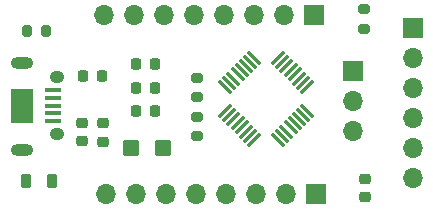
<source format=gbr>
%TF.GenerationSoftware,KiCad,Pcbnew,(6.0.6)*%
%TF.CreationDate,2022-08-14T20:34:25+01:00*%
%TF.ProjectId,FTDI MCU programmer,46544449-204d-4435-9520-70726f677261,REV1.0*%
%TF.SameCoordinates,Original*%
%TF.FileFunction,Soldermask,Top*%
%TF.FilePolarity,Negative*%
%FSLAX46Y46*%
G04 Gerber Fmt 4.6, Leading zero omitted, Abs format (unit mm)*
G04 Created by KiCad (PCBNEW (6.0.6)) date 2022-08-14 20:34:25*
%MOMM*%
%LPD*%
G01*
G04 APERTURE LIST*
G04 Aperture macros list*
%AMRoundRect*
0 Rectangle with rounded corners*
0 $1 Rounding radius*
0 $2 $3 $4 $5 $6 $7 $8 $9 X,Y pos of 4 corners*
0 Add a 4 corners polygon primitive as box body*
4,1,4,$2,$3,$4,$5,$6,$7,$8,$9,$2,$3,0*
0 Add four circle primitives for the rounded corners*
1,1,$1+$1,$2,$3*
1,1,$1+$1,$4,$5*
1,1,$1+$1,$6,$7*
1,1,$1+$1,$8,$9*
0 Add four rect primitives between the rounded corners*
20,1,$1+$1,$2,$3,$4,$5,0*
20,1,$1+$1,$4,$5,$6,$7,0*
20,1,$1+$1,$6,$7,$8,$9,0*
20,1,$1+$1,$8,$9,$2,$3,0*%
G04 Aperture macros list end*
%ADD10R,1.350000X0.400000*%
%ADD11O,1.250000X1.050000*%
%ADD12O,1.900000X1.000000*%
%ADD13R,1.900000X2.900000*%
%ADD14RoundRect,0.218750X0.218750X0.256250X-0.218750X0.256250X-0.218750X-0.256250X0.218750X-0.256250X0*%
%ADD15RoundRect,0.200000X0.275000X-0.200000X0.275000X0.200000X-0.275000X0.200000X-0.275000X-0.200000X0*%
%ADD16RoundRect,0.225000X-0.250000X0.225000X-0.250000X-0.225000X0.250000X-0.225000X0.250000X0.225000X0*%
%ADD17RoundRect,0.218750X-0.218750X-0.381250X0.218750X-0.381250X0.218750X0.381250X-0.218750X0.381250X0*%
%ADD18RoundRect,0.250000X-0.450000X-0.425000X0.450000X-0.425000X0.450000X0.425000X-0.450000X0.425000X0*%
%ADD19RoundRect,0.075000X-0.530330X0.424264X0.424264X-0.530330X0.530330X-0.424264X-0.424264X0.530330X0*%
%ADD20RoundRect,0.075000X-0.530330X-0.424264X-0.424264X-0.530330X0.530330X0.424264X0.424264X0.530330X0*%
%ADD21R,1.700000X1.700000*%
%ADD22O,1.700000X1.700000*%
%ADD23RoundRect,0.225000X0.250000X-0.225000X0.250000X0.225000X-0.250000X0.225000X-0.250000X-0.225000X0*%
%ADD24RoundRect,0.200000X0.200000X0.275000X-0.200000X0.275000X-0.200000X-0.275000X0.200000X-0.275000X0*%
%ADD25RoundRect,0.200000X-0.275000X0.200000X-0.275000X-0.200000X0.275000X-0.200000X0.275000X0.200000X0*%
%ADD26RoundRect,0.225000X-0.225000X-0.250000X0.225000X-0.250000X0.225000X0.250000X-0.225000X0.250000X0*%
G04 APERTURE END LIST*
D10*
%TO.C,J3*%
X129769000Y-60278800D03*
X129769000Y-59628800D03*
X129769000Y-58978800D03*
X129769000Y-58328800D03*
X129769000Y-57678800D03*
D11*
X130094000Y-61366400D03*
X130094000Y-56540400D03*
D12*
X127094000Y-55321200D03*
X127094000Y-62687200D03*
D13*
X127094000Y-58978800D03*
%TD*%
D14*
%TO.C,TX*%
X138362500Y-57475000D03*
X136787500Y-57475000D03*
%TD*%
%TO.C,ON*%
X138362500Y-59400000D03*
X136787500Y-59400000D03*
%TD*%
D15*
%TO.C,R3*%
X141980000Y-58245000D03*
X141980000Y-56595000D03*
%TD*%
D16*
%TO.C,C3*%
X134000000Y-60475000D03*
X134000000Y-62025000D03*
%TD*%
D15*
%TO.C,R1*%
X156057600Y-52463200D03*
X156057600Y-50813200D03*
%TD*%
D17*
%TO.C,FB1*%
X127512500Y-65350000D03*
X129637500Y-65350000D03*
%TD*%
D18*
%TO.C,C4*%
X136400000Y-62525000D03*
X139100000Y-62525000D03*
%TD*%
D14*
%TO.C,RX*%
X138362500Y-55475000D03*
X136787500Y-55475000D03*
%TD*%
D19*
%TO.C,U1*%
X146794973Y-54912099D03*
X146441419Y-55265652D03*
X146087866Y-55619206D03*
X145734313Y-55972759D03*
X145380759Y-56326313D03*
X145027206Y-56679866D03*
X144673652Y-57033419D03*
X144320099Y-57386973D03*
D20*
X144320099Y-59402227D03*
X144673652Y-59755781D03*
X145027206Y-60109334D03*
X145380759Y-60462887D03*
X145734313Y-60816441D03*
X146087866Y-61169994D03*
X146441419Y-61523548D03*
X146794973Y-61877101D03*
D19*
X148810227Y-61877101D03*
X149163781Y-61523548D03*
X149517334Y-61169994D03*
X149870887Y-60816441D03*
X150224441Y-60462887D03*
X150577994Y-60109334D03*
X150931548Y-59755781D03*
X151285101Y-59402227D03*
D20*
X151285101Y-57386973D03*
X150931548Y-57033419D03*
X150577994Y-56679866D03*
X150224441Y-56326313D03*
X149870887Y-55972759D03*
X149517334Y-55619206D03*
X149163781Y-55265652D03*
X148810227Y-54912099D03*
%TD*%
D21*
%TO.C,J2*%
X160210000Y-52400000D03*
D22*
X160210000Y-54940000D03*
X160210000Y-57480000D03*
X160210000Y-60020000D03*
X160210000Y-62560000D03*
X160210000Y-65100000D03*
%TD*%
D21*
%TO.C,J1*%
X155194000Y-56057800D03*
D22*
X155194000Y-58597800D03*
X155194000Y-61137800D03*
%TD*%
D23*
%TO.C,C5*%
X132250000Y-62000000D03*
X132250000Y-60450000D03*
%TD*%
D16*
%TO.C,C1*%
X156133800Y-65138000D03*
X156133800Y-66688000D03*
%TD*%
D24*
%TO.C,R4*%
X129175000Y-52650000D03*
X127525000Y-52650000D03*
%TD*%
D25*
%TO.C,R2*%
X141950000Y-59925000D03*
X141950000Y-61575000D03*
%TD*%
D26*
%TO.C,C2*%
X132325000Y-56475000D03*
X133875000Y-56475000D03*
%TD*%
D21*
%TO.C,J5*%
X152029400Y-66446400D03*
D22*
X149489400Y-66446400D03*
X146949400Y-66446400D03*
X144409400Y-66446400D03*
X141869400Y-66446400D03*
X139329400Y-66446400D03*
X136789400Y-66446400D03*
X134249400Y-66446400D03*
%TD*%
D21*
%TO.C,J6*%
X151866600Y-51308000D03*
D22*
X149326600Y-51308000D03*
X146786600Y-51308000D03*
X144246600Y-51308000D03*
X141706600Y-51308000D03*
X139166600Y-51308000D03*
X136626600Y-51308000D03*
X134086600Y-51308000D03*
%TD*%
M02*

</source>
